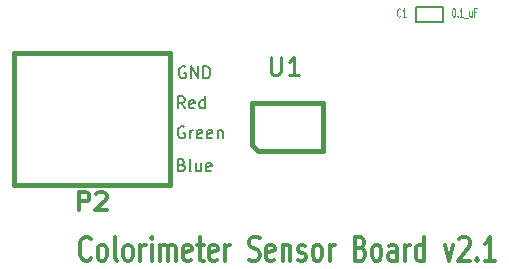
<source format=gto>
G04 #@! TF.FileFunction,Legend,Top*
%FSLAX46Y46*%
G04 Gerber Fmt 4.6, Leading zero omitted, Abs format (unit mm)*
G04 Created by KiCad (PCBNEW 4.0.4-stable) date 06/20/17 10:55:23*
%MOMM*%
%LPD*%
G01*
G04 APERTURE LIST*
%ADD10C,0.150000*%
%ADD11C,0.200660*%
%ADD12C,0.304800*%
%ADD13C,0.381000*%
%ADD14C,0.127000*%
%ADD15C,0.248920*%
%ADD16C,0.114300*%
G04 APERTURE END LIST*
D10*
D11*
X140913757Y-66730517D02*
X141056723Y-66778172D01*
X141104378Y-66825828D01*
X141152033Y-66921138D01*
X141152033Y-67064104D01*
X141104378Y-67159414D01*
X141056723Y-67207070D01*
X140961412Y-67254725D01*
X140580170Y-67254725D01*
X140580170Y-66253965D01*
X140913757Y-66253965D01*
X141009067Y-66301620D01*
X141056723Y-66349275D01*
X141104378Y-66444586D01*
X141104378Y-66539896D01*
X141056723Y-66635207D01*
X141009067Y-66682862D01*
X140913757Y-66730517D01*
X140580170Y-66730517D01*
X141723896Y-67254725D02*
X141628585Y-67207070D01*
X141580930Y-67111759D01*
X141580930Y-66253965D01*
X142534035Y-66587551D02*
X142534035Y-67254725D01*
X142105138Y-66587551D02*
X142105138Y-67111759D01*
X142152793Y-67207070D01*
X142248104Y-67254725D01*
X142391070Y-67254725D01*
X142486380Y-67207070D01*
X142534035Y-67159414D01*
X143391830Y-67207070D02*
X143296520Y-67254725D01*
X143105899Y-67254725D01*
X143010588Y-67207070D01*
X142962933Y-67111759D01*
X142962933Y-66730517D01*
X143010588Y-66635207D01*
X143105899Y-66587551D01*
X143296520Y-66587551D01*
X143391830Y-66635207D01*
X143439485Y-66730517D01*
X143439485Y-66825828D01*
X142962933Y-66921138D01*
X141135826Y-63507620D02*
X141040515Y-63459965D01*
X140897550Y-63459965D01*
X140754584Y-63507620D01*
X140659273Y-63602930D01*
X140611618Y-63698241D01*
X140563963Y-63888862D01*
X140563963Y-64031828D01*
X140611618Y-64222449D01*
X140659273Y-64317759D01*
X140754584Y-64413070D01*
X140897550Y-64460725D01*
X140992860Y-64460725D01*
X141135826Y-64413070D01*
X141183481Y-64365414D01*
X141183481Y-64031828D01*
X140992860Y-64031828D01*
X141612378Y-64460725D02*
X141612378Y-63793551D01*
X141612378Y-63984172D02*
X141660033Y-63888862D01*
X141707689Y-63841207D01*
X141802999Y-63793551D01*
X141898310Y-63793551D01*
X142613138Y-64413070D02*
X142517828Y-64460725D01*
X142327207Y-64460725D01*
X142231896Y-64413070D01*
X142184241Y-64317759D01*
X142184241Y-63936517D01*
X142231896Y-63841207D01*
X142327207Y-63793551D01*
X142517828Y-63793551D01*
X142613138Y-63841207D01*
X142660793Y-63936517D01*
X142660793Y-64031828D01*
X142184241Y-64127138D01*
X143470932Y-64413070D02*
X143375622Y-64460725D01*
X143185001Y-64460725D01*
X143089690Y-64413070D01*
X143042035Y-64317759D01*
X143042035Y-63936517D01*
X143089690Y-63841207D01*
X143185001Y-63793551D01*
X143375622Y-63793551D01*
X143470932Y-63841207D01*
X143518587Y-63936517D01*
X143518587Y-64031828D01*
X143042035Y-64127138D01*
X143947484Y-63793551D02*
X143947484Y-64460725D01*
X143947484Y-63888862D02*
X143995139Y-63841207D01*
X144090450Y-63793551D01*
X144233416Y-63793551D01*
X144328726Y-63841207D01*
X144376381Y-63936517D01*
X144376381Y-64460725D01*
X141160137Y-61920725D02*
X140826550Y-61444172D01*
X140588274Y-61920725D02*
X140588274Y-60919965D01*
X140969516Y-60919965D01*
X141064827Y-60967620D01*
X141112482Y-61015275D01*
X141160137Y-61110586D01*
X141160137Y-61253551D01*
X141112482Y-61348862D01*
X141064827Y-61396517D01*
X140969516Y-61444172D01*
X140588274Y-61444172D01*
X141970276Y-61873070D02*
X141874966Y-61920725D01*
X141684345Y-61920725D01*
X141589034Y-61873070D01*
X141541379Y-61777759D01*
X141541379Y-61396517D01*
X141589034Y-61301207D01*
X141684345Y-61253551D01*
X141874966Y-61253551D01*
X141970276Y-61301207D01*
X142017931Y-61396517D01*
X142017931Y-61491828D01*
X141541379Y-61587138D01*
X142875725Y-61920725D02*
X142875725Y-60919965D01*
X142875725Y-61873070D02*
X142780415Y-61920725D01*
X142589794Y-61920725D01*
X142494483Y-61873070D01*
X142446828Y-61825414D01*
X142399173Y-61730104D01*
X142399173Y-61444172D01*
X142446828Y-61348862D01*
X142494483Y-61301207D01*
X142589794Y-61253551D01*
X142780415Y-61253551D01*
X142875725Y-61301207D01*
X141223517Y-58427620D02*
X141128206Y-58379965D01*
X140985241Y-58379965D01*
X140842275Y-58427620D01*
X140746964Y-58522930D01*
X140699309Y-58618241D01*
X140651654Y-58808862D01*
X140651654Y-58951828D01*
X140699309Y-59142449D01*
X140746964Y-59237759D01*
X140842275Y-59333070D01*
X140985241Y-59380725D01*
X141080551Y-59380725D01*
X141223517Y-59333070D01*
X141271172Y-59285414D01*
X141271172Y-58951828D01*
X141080551Y-58951828D01*
X141700069Y-59380725D02*
X141700069Y-58379965D01*
X142271932Y-59380725D01*
X142271932Y-58379965D01*
X142748484Y-59380725D02*
X142748484Y-58379965D01*
X142986760Y-58379965D01*
X143129726Y-58427620D01*
X143225037Y-58522930D01*
X143272692Y-58618241D01*
X143320347Y-58808862D01*
X143320347Y-58951828D01*
X143272692Y-59142449D01*
X143225037Y-59237759D01*
X143129726Y-59333070D01*
X142986760Y-59380725D01*
X142748484Y-59380725D01*
D12*
X133204856Y-74639714D02*
X133132285Y-74736476D01*
X132914571Y-74833238D01*
X132769428Y-74833238D01*
X132551713Y-74736476D01*
X132406571Y-74542952D01*
X132333999Y-74349429D01*
X132261428Y-73962381D01*
X132261428Y-73672095D01*
X132333999Y-73285048D01*
X132406571Y-73091524D01*
X132551713Y-72898000D01*
X132769428Y-72801238D01*
X132914571Y-72801238D01*
X133132285Y-72898000D01*
X133204856Y-72994762D01*
X134075713Y-74833238D02*
X133930571Y-74736476D01*
X133857999Y-74639714D01*
X133785428Y-74446190D01*
X133785428Y-73865619D01*
X133857999Y-73672095D01*
X133930571Y-73575333D01*
X134075713Y-73478571D01*
X134293428Y-73478571D01*
X134438571Y-73575333D01*
X134511142Y-73672095D01*
X134583713Y-73865619D01*
X134583713Y-74446190D01*
X134511142Y-74639714D01*
X134438571Y-74736476D01*
X134293428Y-74833238D01*
X134075713Y-74833238D01*
X135454570Y-74833238D02*
X135309428Y-74736476D01*
X135236856Y-74542952D01*
X135236856Y-72801238D01*
X136252856Y-74833238D02*
X136107714Y-74736476D01*
X136035142Y-74639714D01*
X135962571Y-74446190D01*
X135962571Y-73865619D01*
X136035142Y-73672095D01*
X136107714Y-73575333D01*
X136252856Y-73478571D01*
X136470571Y-73478571D01*
X136615714Y-73575333D01*
X136688285Y-73672095D01*
X136760856Y-73865619D01*
X136760856Y-74446190D01*
X136688285Y-74639714D01*
X136615714Y-74736476D01*
X136470571Y-74833238D01*
X136252856Y-74833238D01*
X137413999Y-74833238D02*
X137413999Y-73478571D01*
X137413999Y-73865619D02*
X137486571Y-73672095D01*
X137559142Y-73575333D01*
X137704285Y-73478571D01*
X137849428Y-73478571D01*
X138357428Y-74833238D02*
X138357428Y-73478571D01*
X138357428Y-72801238D02*
X138284857Y-72898000D01*
X138357428Y-72994762D01*
X138430000Y-72898000D01*
X138357428Y-72801238D01*
X138357428Y-72994762D01*
X139083142Y-74833238D02*
X139083142Y-73478571D01*
X139083142Y-73672095D02*
X139155714Y-73575333D01*
X139300856Y-73478571D01*
X139518571Y-73478571D01*
X139663714Y-73575333D01*
X139736285Y-73768857D01*
X139736285Y-74833238D01*
X139736285Y-73768857D02*
X139808856Y-73575333D01*
X139953999Y-73478571D01*
X140171714Y-73478571D01*
X140316856Y-73575333D01*
X140389428Y-73768857D01*
X140389428Y-74833238D01*
X141695714Y-74736476D02*
X141550571Y-74833238D01*
X141260285Y-74833238D01*
X141115142Y-74736476D01*
X141042571Y-74542952D01*
X141042571Y-73768857D01*
X141115142Y-73575333D01*
X141260285Y-73478571D01*
X141550571Y-73478571D01*
X141695714Y-73575333D01*
X141768285Y-73768857D01*
X141768285Y-73962381D01*
X141042571Y-74155905D01*
X142203714Y-73478571D02*
X142784285Y-73478571D01*
X142421428Y-72801238D02*
X142421428Y-74542952D01*
X142494000Y-74736476D01*
X142639142Y-74833238D01*
X142784285Y-74833238D01*
X143872857Y-74736476D02*
X143727714Y-74833238D01*
X143437428Y-74833238D01*
X143292285Y-74736476D01*
X143219714Y-74542952D01*
X143219714Y-73768857D01*
X143292285Y-73575333D01*
X143437428Y-73478571D01*
X143727714Y-73478571D01*
X143872857Y-73575333D01*
X143945428Y-73768857D01*
X143945428Y-73962381D01*
X143219714Y-74155905D01*
X144598571Y-74833238D02*
X144598571Y-73478571D01*
X144598571Y-73865619D02*
X144671143Y-73672095D01*
X144743714Y-73575333D01*
X144888857Y-73478571D01*
X145034000Y-73478571D01*
X146630572Y-74736476D02*
X146848286Y-74833238D01*
X147211143Y-74833238D01*
X147356286Y-74736476D01*
X147428857Y-74639714D01*
X147501429Y-74446190D01*
X147501429Y-74252667D01*
X147428857Y-74059143D01*
X147356286Y-73962381D01*
X147211143Y-73865619D01*
X146920857Y-73768857D01*
X146775715Y-73672095D01*
X146703143Y-73575333D01*
X146630572Y-73381810D01*
X146630572Y-73188286D01*
X146703143Y-72994762D01*
X146775715Y-72898000D01*
X146920857Y-72801238D01*
X147283715Y-72801238D01*
X147501429Y-72898000D01*
X148735144Y-74736476D02*
X148590001Y-74833238D01*
X148299715Y-74833238D01*
X148154572Y-74736476D01*
X148082001Y-74542952D01*
X148082001Y-73768857D01*
X148154572Y-73575333D01*
X148299715Y-73478571D01*
X148590001Y-73478571D01*
X148735144Y-73575333D01*
X148807715Y-73768857D01*
X148807715Y-73962381D01*
X148082001Y-74155905D01*
X149460858Y-73478571D02*
X149460858Y-74833238D01*
X149460858Y-73672095D02*
X149533430Y-73575333D01*
X149678572Y-73478571D01*
X149896287Y-73478571D01*
X150041430Y-73575333D01*
X150114001Y-73768857D01*
X150114001Y-74833238D01*
X150767144Y-74736476D02*
X150912287Y-74833238D01*
X151202572Y-74833238D01*
X151347715Y-74736476D01*
X151420287Y-74542952D01*
X151420287Y-74446190D01*
X151347715Y-74252667D01*
X151202572Y-74155905D01*
X150984858Y-74155905D01*
X150839715Y-74059143D01*
X150767144Y-73865619D01*
X150767144Y-73768857D01*
X150839715Y-73575333D01*
X150984858Y-73478571D01*
X151202572Y-73478571D01*
X151347715Y-73575333D01*
X152291143Y-74833238D02*
X152146001Y-74736476D01*
X152073429Y-74639714D01*
X152000858Y-74446190D01*
X152000858Y-73865619D01*
X152073429Y-73672095D01*
X152146001Y-73575333D01*
X152291143Y-73478571D01*
X152508858Y-73478571D01*
X152654001Y-73575333D01*
X152726572Y-73672095D01*
X152799143Y-73865619D01*
X152799143Y-74446190D01*
X152726572Y-74639714D01*
X152654001Y-74736476D01*
X152508858Y-74833238D01*
X152291143Y-74833238D01*
X153452286Y-74833238D02*
X153452286Y-73478571D01*
X153452286Y-73865619D02*
X153524858Y-73672095D01*
X153597429Y-73575333D01*
X153742572Y-73478571D01*
X153887715Y-73478571D01*
X156064858Y-73768857D02*
X156282572Y-73865619D01*
X156355144Y-73962381D01*
X156427715Y-74155905D01*
X156427715Y-74446190D01*
X156355144Y-74639714D01*
X156282572Y-74736476D01*
X156137430Y-74833238D01*
X155556858Y-74833238D01*
X155556858Y-72801238D01*
X156064858Y-72801238D01*
X156210001Y-72898000D01*
X156282572Y-72994762D01*
X156355144Y-73188286D01*
X156355144Y-73381810D01*
X156282572Y-73575333D01*
X156210001Y-73672095D01*
X156064858Y-73768857D01*
X155556858Y-73768857D01*
X157298572Y-74833238D02*
X157153430Y-74736476D01*
X157080858Y-74639714D01*
X157008287Y-74446190D01*
X157008287Y-73865619D01*
X157080858Y-73672095D01*
X157153430Y-73575333D01*
X157298572Y-73478571D01*
X157516287Y-73478571D01*
X157661430Y-73575333D01*
X157734001Y-73672095D01*
X157806572Y-73865619D01*
X157806572Y-74446190D01*
X157734001Y-74639714D01*
X157661430Y-74736476D01*
X157516287Y-74833238D01*
X157298572Y-74833238D01*
X159112858Y-74833238D02*
X159112858Y-73768857D01*
X159040287Y-73575333D01*
X158895144Y-73478571D01*
X158604858Y-73478571D01*
X158459715Y-73575333D01*
X159112858Y-74736476D02*
X158967715Y-74833238D01*
X158604858Y-74833238D01*
X158459715Y-74736476D01*
X158387144Y-74542952D01*
X158387144Y-74349429D01*
X158459715Y-74155905D01*
X158604858Y-74059143D01*
X158967715Y-74059143D01*
X159112858Y-73962381D01*
X159838572Y-74833238D02*
X159838572Y-73478571D01*
X159838572Y-73865619D02*
X159911144Y-73672095D01*
X159983715Y-73575333D01*
X160128858Y-73478571D01*
X160274001Y-73478571D01*
X161435144Y-74833238D02*
X161435144Y-72801238D01*
X161435144Y-74736476D02*
X161290001Y-74833238D01*
X160999715Y-74833238D01*
X160854573Y-74736476D01*
X160782001Y-74639714D01*
X160709430Y-74446190D01*
X160709430Y-73865619D01*
X160782001Y-73672095D01*
X160854573Y-73575333D01*
X160999715Y-73478571D01*
X161290001Y-73478571D01*
X161435144Y-73575333D01*
X163176858Y-73478571D02*
X163539715Y-74833238D01*
X163902573Y-73478571D01*
X164410573Y-72994762D02*
X164483144Y-72898000D01*
X164628287Y-72801238D01*
X164991144Y-72801238D01*
X165136287Y-72898000D01*
X165208858Y-72994762D01*
X165281430Y-73188286D01*
X165281430Y-73381810D01*
X165208858Y-73672095D01*
X164338001Y-74833238D01*
X165281430Y-74833238D01*
X165934573Y-74639714D02*
X166007145Y-74736476D01*
X165934573Y-74833238D01*
X165862002Y-74736476D01*
X165934573Y-74639714D01*
X165934573Y-74833238D01*
X167458573Y-74833238D02*
X166587716Y-74833238D01*
X167023144Y-74833238D02*
X167023144Y-72801238D01*
X166878001Y-73091524D01*
X166732859Y-73285048D01*
X166587716Y-73381810D01*
D13*
X126746000Y-68453000D02*
X126746000Y-57277000D01*
X126746000Y-57277000D02*
X139954000Y-57277000D01*
X139954000Y-57277000D02*
X139954000Y-68453000D01*
X139954000Y-68453000D02*
X126746000Y-68453000D01*
X152859740Y-65498980D02*
X147360640Y-65498980D01*
X147360640Y-65498980D02*
X146860260Y-65001140D01*
X146860260Y-65001140D02*
X146860260Y-61501020D01*
X146860260Y-61501020D02*
X152859740Y-61501020D01*
X152859740Y-61501020D02*
X152859740Y-65498980D01*
D14*
X160782000Y-53340000D02*
X163068000Y-53340000D01*
X163068000Y-53340000D02*
X163068000Y-54610000D01*
X163068000Y-54610000D02*
X160782000Y-54610000D01*
X160782000Y-54610000D02*
X160782000Y-53340000D01*
D12*
X132225143Y-70539429D02*
X132225143Y-69015429D01*
X132805715Y-69015429D01*
X132950857Y-69088000D01*
X133023429Y-69160571D01*
X133096000Y-69305714D01*
X133096000Y-69523429D01*
X133023429Y-69668571D01*
X132950857Y-69741143D01*
X132805715Y-69813714D01*
X132225143Y-69813714D01*
X133676572Y-69160571D02*
X133749143Y-69088000D01*
X133894286Y-69015429D01*
X134257143Y-69015429D01*
X134402286Y-69088000D01*
X134474857Y-69160571D01*
X134547429Y-69305714D01*
X134547429Y-69450857D01*
X134474857Y-69668571D01*
X133604000Y-70539429D01*
X134547429Y-70539429D01*
D15*
X148439777Y-57565109D02*
X148439777Y-58798823D01*
X148512349Y-58943966D01*
X148584920Y-59016537D01*
X148730063Y-59089109D01*
X149020349Y-59089109D01*
X149165491Y-59016537D01*
X149238063Y-58943966D01*
X149310634Y-58798823D01*
X149310634Y-57565109D01*
X150834634Y-59089109D02*
X149963777Y-59089109D01*
X150399205Y-59089109D02*
X150399205Y-57565109D01*
X150254062Y-57782823D01*
X150108920Y-57927966D01*
X149963777Y-58000537D01*
D16*
X159435800Y-54102000D02*
X159414029Y-54135867D01*
X159348715Y-54169733D01*
X159305172Y-54169733D01*
X159239857Y-54135867D01*
X159196315Y-54068133D01*
X159174543Y-54000400D01*
X159152772Y-53864933D01*
X159152772Y-53763333D01*
X159174543Y-53627867D01*
X159196315Y-53560133D01*
X159239857Y-53492400D01*
X159305172Y-53458533D01*
X159348715Y-53458533D01*
X159414029Y-53492400D01*
X159435800Y-53526267D01*
X159871229Y-54169733D02*
X159609972Y-54169733D01*
X159740600Y-54169733D02*
X159740600Y-53458533D01*
X159697057Y-53560133D01*
X159653515Y-53627867D01*
X159609972Y-53661733D01*
X163920714Y-53458533D02*
X163964257Y-53458533D01*
X164007800Y-53492400D01*
X164029571Y-53526267D01*
X164051342Y-53594000D01*
X164073114Y-53729467D01*
X164073114Y-53898800D01*
X164051342Y-54034267D01*
X164029571Y-54102000D01*
X164007800Y-54135867D01*
X163964257Y-54169733D01*
X163920714Y-54169733D01*
X163877171Y-54135867D01*
X163855400Y-54102000D01*
X163833628Y-54034267D01*
X163811857Y-53898800D01*
X163811857Y-53729467D01*
X163833628Y-53594000D01*
X163855400Y-53526267D01*
X163877171Y-53492400D01*
X163920714Y-53458533D01*
X164269057Y-54102000D02*
X164290829Y-54135867D01*
X164269057Y-54169733D01*
X164247286Y-54135867D01*
X164269057Y-54102000D01*
X164269057Y-54169733D01*
X164726257Y-54169733D02*
X164465000Y-54169733D01*
X164595628Y-54169733D02*
X164595628Y-53458533D01*
X164552085Y-53560133D01*
X164508543Y-53627867D01*
X164465000Y-53661733D01*
X164813343Y-54237467D02*
X165161686Y-54237467D01*
X165466486Y-53695600D02*
X165466486Y-54169733D01*
X165270543Y-53695600D02*
X165270543Y-54068133D01*
X165292315Y-54135867D01*
X165335857Y-54169733D01*
X165401172Y-54169733D01*
X165444715Y-54135867D01*
X165466486Y-54102000D01*
X165836600Y-53797200D02*
X165684200Y-53797200D01*
X165684200Y-54169733D02*
X165684200Y-53458533D01*
X165901914Y-53458533D01*
M02*

</source>
